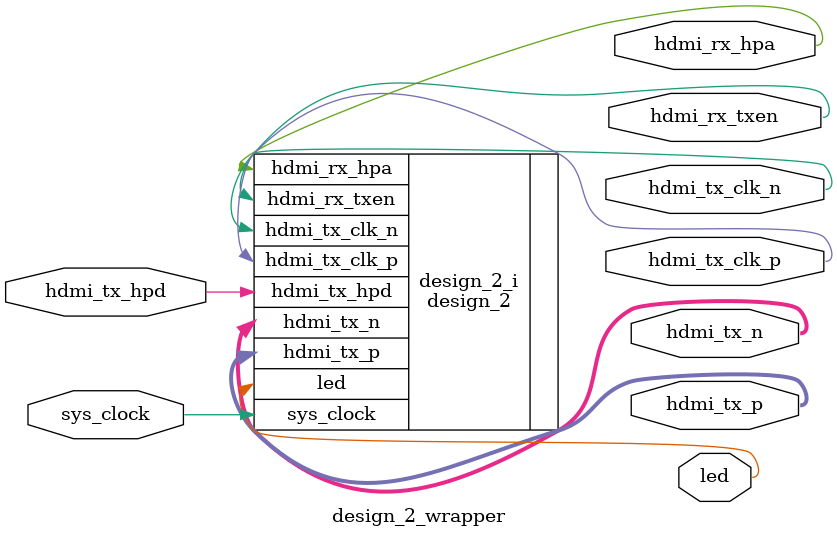
<source format=v>
`timescale 1 ps / 1 ps

module design_2_wrapper
   (hdmi_rx_hpa,
    hdmi_rx_txen,
    hdmi_tx_clk_n,
    hdmi_tx_clk_p,
    hdmi_tx_hpd,
    hdmi_tx_n,
    hdmi_tx_p,
    led,
    sys_clock);
  output hdmi_rx_hpa;
  output hdmi_rx_txen;
  output hdmi_tx_clk_n;
  output hdmi_tx_clk_p;
  input hdmi_tx_hpd;
  output [2:0]hdmi_tx_n;
  output [2:0]hdmi_tx_p;
  output led;
  input sys_clock;

  wire hdmi_rx_hpa;
  wire hdmi_rx_txen;
  wire hdmi_tx_clk_n;
  wire hdmi_tx_clk_p;
  wire hdmi_tx_hpd;
  wire [2:0]hdmi_tx_n;
  wire [2:0]hdmi_tx_p;
  wire led;
  wire sys_clock;

  design_2 design_2_i
       (.hdmi_rx_hpa(hdmi_rx_hpa),
        .hdmi_rx_txen(hdmi_rx_txen),
        .hdmi_tx_clk_n(hdmi_tx_clk_n),
        .hdmi_tx_clk_p(hdmi_tx_clk_p),
        .hdmi_tx_hpd(hdmi_tx_hpd),
        .hdmi_tx_n(hdmi_tx_n),
        .hdmi_tx_p(hdmi_tx_p),
        .led(led),
        .sys_clock(sys_clock));
endmodule

</source>
